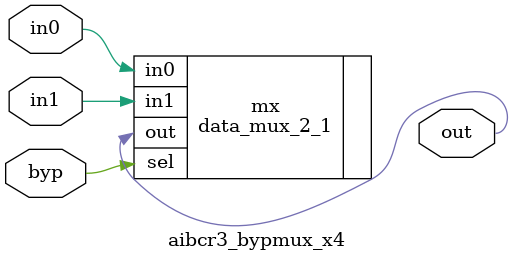
<source format=v>

module aibcr3_bypmux (
        input wire byp,
        input wire in0,
        input wire in1,
        output wire out
    );

`ifdef BEHAVIORAL
    assign out = (byp) ? in1 : in0;
`else
    data_mux_2_1 mx(.sel(byp), .in0(in0), .in1(in1), .out(out));
`endif

endmodule

module aibcr3_bypmux_x4 (
        input wire byp,
        input wire in0,
        input wire in1,
        output wire out
    );

`ifdef BEHAVIORAL
    assign out = (byp) ? in1 : in0;
`else
    data_mux_2_1 mx(.sel(byp), .in0(in0), .in1(in1), .out(out));
`endif

endmodule



</source>
